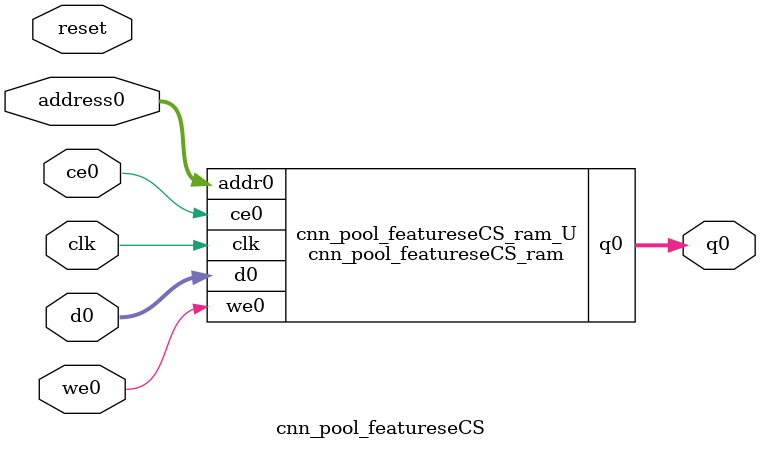
<source format=v>
`timescale 1 ns / 1 ps
module cnn_pool_featureseCS_ram (addr0, ce0, d0, we0, q0,  clk);

parameter DWIDTH = 14;
parameter AWIDTH = 8;
parameter MEM_SIZE = 160;

input[AWIDTH-1:0] addr0;
input ce0;
input[DWIDTH-1:0] d0;
input we0;
output reg[DWIDTH-1:0] q0;
input clk;

(* ram_style = "block" *)reg [DWIDTH-1:0] ram[0:MEM_SIZE-1];




always @(posedge clk)  
begin 
    if (ce0) 
    begin
        if (we0) 
        begin 
            ram[addr0] <= d0; 
        end 
        q0 <= ram[addr0];
    end
end


endmodule

`timescale 1 ns / 1 ps
module cnn_pool_featureseCS(
    reset,
    clk,
    address0,
    ce0,
    we0,
    d0,
    q0);

parameter DataWidth = 32'd14;
parameter AddressRange = 32'd160;
parameter AddressWidth = 32'd8;
input reset;
input clk;
input[AddressWidth - 1:0] address0;
input ce0;
input we0;
input[DataWidth - 1:0] d0;
output[DataWidth - 1:0] q0;



cnn_pool_featureseCS_ram cnn_pool_featureseCS_ram_U(
    .clk( clk ),
    .addr0( address0 ),
    .ce0( ce0 ),
    .we0( we0 ),
    .d0( d0 ),
    .q0( q0 ));

endmodule


</source>
